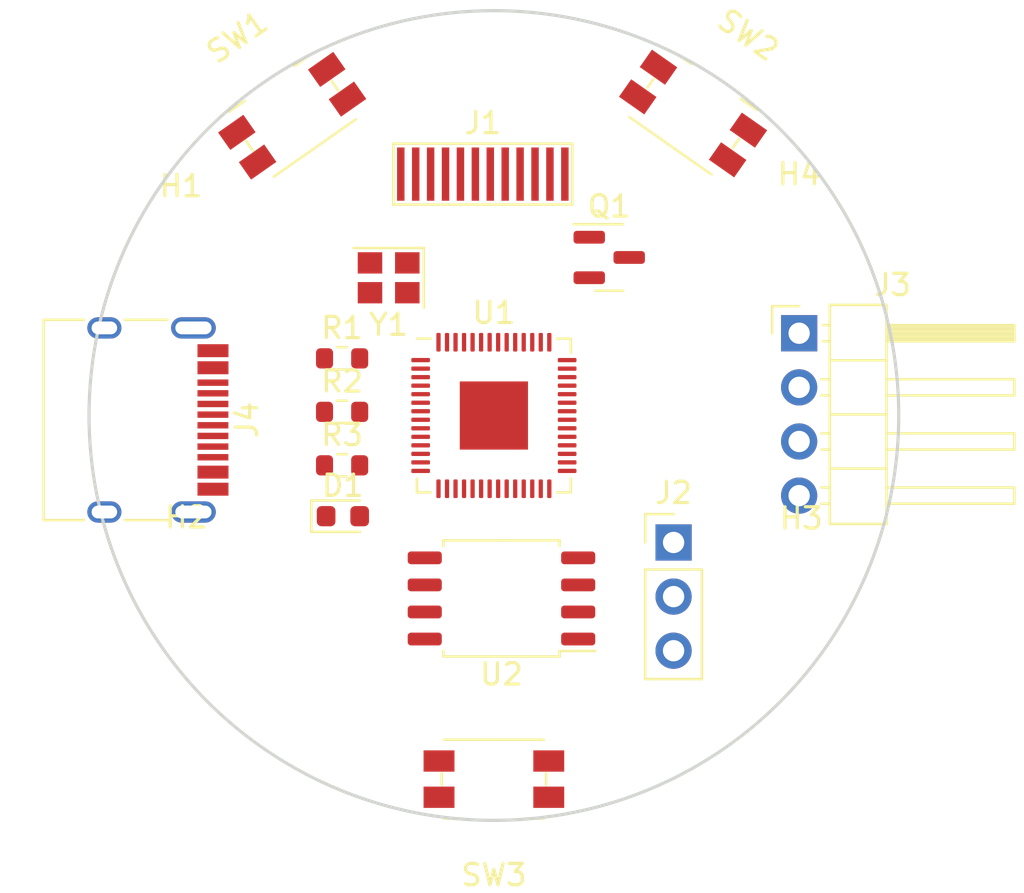
<source format=kicad_pcb>
(kicad_pcb (version 20221018) (generator pcbnew)
  (layers (0 "F.Cu" signal) (31 "B.Cu" signal) (34 "B.Paste" user) (35 "F.Paste" user) (36 "B.SilkS" user "B.Silkscreen") (37 "F.SilkS" user "F.Silkscreen") (38 "B.Mask" user) (39 "F.Mask" user) (44 "Edge.Cuts" user))
  (net 0 "")
  (net 15 "Net-(J4-GND-PadA1)")
  (net 16 "Net-(J4-VBUS-PadA4)")
  (net 41 "Net-(U1-IOVDD-Pad1)")
  (net 61 "Net-(U1-DVDD-Pad23)")
  (footprint "Package_TO_SOT_SMD:SOT-23" (layer "F.Cu") (at 5.4125 -7.4168)
    (fp_text reference "Q1" (at 0 -2.4) (layer "F.SilkS"))
    (fp_text value "S8050")
    (fp_line (start 0 -1.56) (end -1.675 -1.56) (stroke (width 0.12)) (layer "F.SilkS"))
    (fp_line (start 0 -1.56) (end 0.65 -1.56) (stroke (width 0.12)) (layer "F.SilkS"))
    (fp_line (start 0 1.56) (end -0.65 1.56) (stroke (width 0.12)) (layer "F.SilkS"))
    (fp_line (start 0 1.56) (end 0.65 1.56) (stroke (width 0.12)) (layer "F.SilkS"))
    (pad "1" smd roundrect (at -0.9375 -0.95) (size 1.475 0.6) (layers "F.Cu" "F.Paste" "F.Mask"))
    (pad "2" smd roundrect (at -0.9375 0.95) (size 1.475 0.6) (layers "F.Cu" "F.Paste" "F.Mask"))
    (pad "3" smd roundrect (at 0.9375 0) (size 1.475 0.6) (layers "F.Cu" "F.Paste" "F.Mask"))
  )
  (footprint "MountingHole:MountingHole_2.2mm_M2" (layer "F.Cu") (at 14.3256 -8.128)
    (fp_text reference "H4" (at 0 -3.2) (layer "F.SilkS"))
    (fp_text value "MountingHole")
    (pad "" np_thru_hole circle (at 0 0) (size 2.2 2.2) (drill 2.2) (layers "*.Cu" "*.Mask"))
  )
  (footprint "Button_Switch_SMD:Panasonic_EVQPUM_EVQPUD" (layer "F.Cu") (at -9.466812 -14.068424 35)
    (fp_text reference "SW1" (at 0 -4.5 35) (layer "F.SilkS"))
    (fp_text value "SW_Push")
    (fp_line (start -2.45 0.275) (end -2.45 -0.275) (stroke (width 0.12)) (layer "F.SilkS"))
    (fp_line (start -1.425 -1.85) (end -2.35 -1.85) (stroke (width 0.12)) (layer "F.SilkS"))
    (fp_line (start 2.35 -1.85) (end 1.425 -1.85) (stroke (width 0.12)) (layer "F.SilkS"))
    (fp_line (start 2.35 1.85) (end -2.35 1.85) (stroke (width 0.12)) (layer "F.SilkS"))
    (fp_line (start 2.45 0.275) (end 2.45 -0.275) (stroke (width 0.12)) (layer "F.SilkS"))
    (pad "" np_thru_hole circle (at 0 -1.375 215) (size 0.75 0.75) (drill 0.75) (layers "*.Cu" "*.Mask"))
    (pad "" np_thru_hole circle (at 0 1.375 215) (size 0.75 0.75) (drill 0.75) (layers "*.Cu" "*.Mask"))
    (pad "1" smd rect (at -2.575 -0.85 215) (size 1.45 1) (layers "F.Cu" "F.Paste" "F.Mask"))
    (pad "1" smd rect (at 2.575 -0.85 215) (size 1.45 1) (layers "F.Cu" "F.Paste" "F.Mask"))
    (pad "2" smd rect (at -2.575 0.85 215) (size 1.45 1) (layers "F.Cu" "F.Paste" "F.Mask"))
    (pad "2" smd rect (at 2.575 0.85 215) (size 1.45 1) (layers "F.Cu" "F.Paste" "F.Mask"))
  )
  (footprint "MountingHole:MountingHole_2.2mm_M2" (layer "F.Cu") (at -14.4272 7.9756)
    (fp_text reference "H2" (at 0 -3.2) (layer "F.SilkS"))
    (fp_text value "MountingHole")
    (pad "" np_thru_hole circle (at 0 0) (size 2.2 2.2) (drill 2.2) (layers "*.Cu" "*.Mask"))
  )
  (footprint "LED_SMD:LED_0603_1608Metric" (layer "F.Cu") (at -7.0865 4.7244)
    (fp_text reference "D1" (at 0 -1.43) (layer "F.SilkS"))
    (fp_text value "LED")
    (fp_line (start -1.485 -0.735) (end -1.485 0.735) (stroke (width 0.12)) (layer "F.SilkS"))
    (fp_line (start -1.485 0.735) (end 0.8 0.735) (stroke (width 0.12)) (layer "F.SilkS"))
    (fp_line (start 0.8 -0.735) (end -1.485 -0.735) (stroke (width 0.12)) (layer "F.SilkS"))
    (pad "1" smd roundrect (at -0.7875 0) (size 0.875 0.95) (layers "F.Cu" "F.Paste" "F.Mask"))
    (pad "2" smd roundrect (at 0.7875 0) (size 0.875 0.95) (layers "F.Cu" "F.Paste" "F.Mask"))
  )
  (footprint "MountingHole:MountingHole_2.2mm_M2" (layer "F.Cu") (at -14.6812 -7.5692)
    (fp_text reference "H1" (at 0 -3.2) (layer "F.SilkS"))
    (fp_text value "MountingHole")
    (pad "" np_thru_hole circle (at 0 0) (size 2.2 2.2) (drill 2.2) (layers "*.Cu" "*.Mask"))
  )
  (footprint "Resistor_SMD:R_0603_1608Metric" (layer "F.Cu") (at -7.1233 -0.1716)
    (fp_text reference "R2" (at 0 -1.43) (layer "F.SilkS"))
    (fp_text value "R")
    (fp_line (start -0.237258 -0.5225) (end 0.237258 -0.5225) (stroke (width 0.12)) (layer "F.SilkS"))
    (fp_line (start -0.237258 0.5225) (end 0.237258 0.5225) (stroke (width 0.12)) (layer "F.SilkS"))
    (pad "1" smd roundrect (at -0.825 0) (size 0.8 0.95) (layers "F.Cu" "F.Paste" "F.Mask"))
    (pad "2" smd roundrect (at 0.825 0) (size 0.8 0.95) (layers "F.Cu" "F.Paste" "F.Mask"))
  )
  (footprint "Package_SO:SOIC-8_5.23x5.23mm_P1.27mm" (layer "F.Cu") (at 0.3556 8.5852 180)
    (fp_text reference "U2" (at 0 -3.56) (layer "F.SilkS"))
    (fp_text value "W5Q16JVSSIQ")
    (fp_line (start -2.725 -2.725) (end -2.725 -2.465) (stroke (width 0.12)) (layer "F.SilkS"))
    (fp_line (start -2.725 -2.465) (end -4.4 -2.465) (stroke (width 0.12)) (layer "F.SilkS"))
    (fp_line (start -2.725 2.725) (end -2.725 2.465) (stroke (width 0.12)) (layer "F.SilkS"))
    (fp_line (start 0 -2.725) (end -2.725 -2.725) (stroke (width 0.12)) (layer "F.SilkS"))
    (fp_line (start 0 -2.725) (end 2.725 -2.725) (stroke (width 0.12)) (layer "F.SilkS"))
    (fp_line (start 0 2.725) (end -2.725 2.725) (stroke (width 0.12)) (layer "F.SilkS"))
    (fp_line (start 0 2.725) (end 2.725 2.725) (stroke (width 0.12)) (layer "F.SilkS"))
    (fp_line (start 2.725 -2.725) (end 2.725 -2.465) (stroke (width 0.12)) (layer "F.SilkS"))
    (fp_line (start 2.725 2.725) (end 2.725 2.465) (stroke (width 0.12)) (layer "F.SilkS"))
    (pad "1" smd roundrect (at -3.6 -1.905 180) (size 1.6 0.6) (layers "F.Cu" "F.Paste" "F.Mask"))
    (pad "2" smd roundrect (at -3.6 -0.635 180) (size 1.6 0.6) (layers "F.Cu" "F.Paste" "F.Mask"))
    (pad "3" smd roundrect (at -3.6 0.635 180) (size 1.6 0.6) (layers "F.Cu" "F.Paste" "F.Mask"))
    (pad "4" smd roundrect (at -3.6 1.905 180) (size 1.6 0.6) (layers "F.Cu" "F.Paste" "F.Mask"))
    (pad "5" smd roundrect (at 3.6 1.905 180) (size 1.6 0.6) (layers "F.Cu" "F.Paste" "F.Mask"))
    (pad "6" smd roundrect (at 3.6 0.635 180) (size 1.6 0.6) (layers "F.Cu" "F.Paste" "F.Mask"))
    (pad "7" smd roundrect (at 3.6 -0.635 180) (size 1.6 0.6) (layers "F.Cu" "F.Paste" "F.Mask"))
    (pad "8" smd roundrect (at 3.6 -1.905 180) (size 1.6 0.6) (layers "F.Cu" "F.Paste" "F.Mask"))
  )
  (footprint "Button_Switch_SMD:Panasonic_EVQPUM_EVQPUD" (layer "F.Cu") (at 0 17.0654 180)
    (fp_text reference "SW3" (at 0 -4.5) (layer "F.SilkS"))
    (fp_text value "SW_Push")
    (fp_line (start -2.45 0.275) (end -2.45 -0.275) (stroke (width 0.12)) (layer "F.SilkS"))
    (fp_line (start -1.425 -1.85) (end -2.35 -1.85) (stroke (width 0.12)) (layer "F.SilkS"))
    (fp_line (start 2.35 -1.85) (end 1.425 -1.85) (stroke (width 0.12)) (layer "F.SilkS"))
    (fp_line (start 2.35 1.85) (end -2.35 1.85) (stroke (width 0.12)) (layer "F.SilkS"))
    (fp_line (start 2.45 0.275) (end 2.45 -0.275) (stroke (width 0.12)) (layer "F.SilkS"))
    (pad "" np_thru_hole circle (at 0 -1.375) (size 0.75 0.75) (drill 0.75) (layers "*.Cu" "*.Mask"))
    (pad "" np_thru_hole circle (at 0 1.375) (size 0.75 0.75) (drill 0.75) (layers "*.Cu" "*.Mask"))
    (pad "1" smd rect (at -2.575 -0.85) (size 1.45 1) (layers "F.Cu" "F.Paste" "F.Mask"))
    (pad "1" smd rect (at 2.575 -0.85) (size 1.45 1) (layers "F.Cu" "F.Paste" "F.Mask"))
    (pad "2" smd rect (at -2.575 0.85) (size 1.45 1) (layers "F.Cu" "F.Paste" "F.Mask"))
    (pad "2" smd rect (at 2.575 0.85) (size 1.45 1) (layers "F.Cu" "F.Paste" "F.Mask"))
  )
  (footprint "Display:GC9A01_Extended_FPC" (layer "F.Cu") (at -0.5196 -11.3284 180)
    (fp_text reference "J1" (at 0 2.4) (layer "F.SilkS"))
    (fp_text value "GC9A01")
    (fp_line (start -4.2 -1.43) (end 4.2 -1.43) (stroke (width 0.12)) (layer "F.SilkS"))
    (fp_line (start -4.2 -0.24) (end -4.2 -1.43) (stroke (width 0.12)) (layer "F.SilkS"))
    (fp_line (start -4.2 -0.24) (end -4.2 1.43) (stroke (width 0.12)) (layer "F.SilkS"))
    (fp_line (start -4.2 1.43) (end 4.2 1.43) (stroke (width 0.12)) (layer "F.SilkS"))
    (fp_line (start 4.2 -0.24) (end 4.2 -1.43) (stroke (width 0.12)) (layer "F.SilkS"))
    (fp_line (start 4.2 -0.24) (end 4.2 1.43) (stroke (width 0.12)) (layer "F.SilkS"))
    (pad "1" smd rect (at -3.85 0 180) (size 0.35 2.5) (layers "F.Cu" "F.Paste" "F.Mask"))
    (pad "2" smd rect (at -3.15 0 180) (size 0.35 2.5) (layers "F.Cu" "F.Paste" "F.Mask"))
    (pad "3" smd rect (at -2.45 0 180) (size 0.35 2.5) (layers "F.Cu" "F.Paste" "F.Mask"))
    (pad "4" smd rect (at -1.75 0 180) (size 0.35 2.5) (layers "F.Cu" "F.Paste" "F.Mask"))
    (pad "5" smd rect (at -1.05 0 180) (size 0.35 2.5) (layers "F.Cu" "F.Paste" "F.Mask"))
    (pad "6" smd rect (at -0.35 0 180) (size 0.35 2.5) (layers "F.Cu" "F.Paste" "F.Mask"))
    (pad "7" smd rect (at 0.35 0 180) (size 0.35 2.5) (layers "F.Cu" "F.Paste" "F.Mask"))
    (pad "8" smd rect (at 1.05 0 180) (size 0.35 2.5) (layers "F.Cu" "F.Paste" "F.Mask"))
    (pad "9" smd rect (at 1.75 0 180) (size 0.35 2.5) (layers "F.Cu" "F.Paste" "F.Mask"))
    (pad "10" smd rect (at 2.45 0 180) (size 0.35 2.5) (layers "F.Cu" "F.Paste" "F.Mask"))
    (pad "11" smd rect (at 3.15 0 180) (size 0.35 2.5) (layers "F.Cu" "F.Paste" "F.Mask"))
    (pad "12" smd rect (at 3.85 0 180) (size 0.35 2.5) (layers "F.Cu" "F.Paste" "F.Mask"))
  )
  (footprint "Resistor_SMD:R_0603_1608Metric" (layer "F.Cu") (at -7.1233 -2.6816)
    (fp_text reference "R1" (at 0 -1.43) (layer "F.SilkS"))
    (fp_text value "R")
    (fp_line (start -0.237258 -0.5225) (end 0.237258 -0.5225) (stroke (width 0.12)) (layer "F.SilkS"))
    (fp_line (start -0.237258 0.5225) (end 0.237258 0.5225) (stroke (width 0.12)) (layer "F.SilkS"))
    (pad "1" smd roundrect (at -0.825 0) (size 0.8 0.95) (layers "F.Cu" "F.Paste" "F.Mask"))
    (pad "2" smd roundrect (at 0.825 0) (size 0.8 0.95) (layers "F.Cu" "F.Paste" "F.Mask"))
  )
  (footprint "Package_DFN_QFN:QFN-56-1EP_7x7mm_P0.4mm_EP3.2x3.2mm" (layer "F.Cu") (at 0 0)
    (fp_text reference "U1" (at 0 -4.82) (layer "F.SilkS"))
    (fp_text value "RP2040")
    (fp_line (start -3.61 3.61) (end -3.61 2.96) (stroke (width 0.12)) (layer "F.SilkS"))
    (fp_line (start -2.96 -3.61) (end -3.61 -3.61) (stroke (width 0.12)) (layer "F.SilkS"))
    (fp_line (start -2.96 3.61) (end -3.61 3.61) (stroke (width 0.12)) (layer "F.SilkS"))
    (fp_line (start 2.96 -3.61) (end 3.61 -3.61) (stroke (width 0.12)) (layer "F.SilkS"))
    (fp_line (start 2.96 3.61) (end 3.61 3.61) (stroke (width 0.12)) (layer "F.SilkS"))
    (fp_line (start 3.61 -3.61) (end 3.61 -2.96) (stroke (width 0.12)) (layer "F.SilkS"))
    (fp_line (start 3.61 3.61) (end 3.61 2.96) (stroke (width 0.12)) (layer "F.SilkS"))
    (pad "1" smd roundrect (at -3.4375 -2.6) (size 0.875 0.2) (layers "F.Cu" "F.Paste" "F.Mask") (net 41 "Net-(U1-IOVDD-Pad1)"))
    (pad "2" smd roundrect (at -3.4375 -2.2) (size 0.875 0.2) (layers "F.Cu" "F.Paste" "F.Mask"))
    (pad "3" smd roundrect (at -3.4375 -1.8) (size 0.875 0.2) (layers "F.Cu" "F.Paste" "F.Mask"))
    (pad "4" smd roundrect (at -3.4375 -1.4) (size 0.875 0.2) (layers "F.Cu" "F.Paste" "F.Mask"))
    (pad "5" smd roundrect (at -3.4375 -1) (size 0.875 0.2) (layers "F.Cu" "F.Paste" "F.Mask"))
    (pad "6" smd roundrect (at -3.4375 -0.6) (size 0.875 0.2) (layers "F.Cu" "F.Paste" "F.Mask"))
    (pad "7" smd roundrect (at -3.4375 -0.2) (size 0.875 0.2) (layers "F.Cu" "F.Paste" "F.Mask"))
    (pad "8" smd roundrect (at -3.4375 0.2) (size 0.875 0.2) (layers "F.Cu" "F.Paste" "F.Mask"))
    (pad "9" smd roundrect (at -3.4375 0.6) (size 0.875 0.2) (layers "F.Cu" "F.Paste" "F.Mask"))
    (pad "10" smd roundrect (at -3.4375 1) (size 0.875 0.2) (layers "F.Cu" "F.Paste" "F.Mask") (net 41 "Net-(U1-IOVDD-Pad1)"))
    (pad "11" smd roundrect (at -3.4375 1.4) (size 0.875 0.2) (layers "F.Cu" "F.Paste" "F.Mask"))
    (pad "12" smd roundrect (at -3.4375 1.8) (size 0.875 0.2) (layers "F.Cu" "F.Paste" "F.Mask"))
    (pad "13" smd roundrect (at -3.4375 2.2) (size 0.875 0.2) (layers "F.Cu" "F.Paste" "F.Mask"))
    (pad "14" smd roundrect (at -3.4375 2.6) (size 0.875 0.2) (layers "F.Cu" "F.Paste" "F.Mask"))
    (pad "15" smd roundrect (at -2.6 3.4375) (size 0.2 0.875) (layers "F.Cu" "F.Paste" "F.Mask"))
    (pad "16" smd roundrect (at -2.2 3.4375) (size 0.2 0.875) (layers "F.Cu" "F.Paste" "F.Mask"))
    (pad "17" smd roundrect (at -1.8 3.4375) (size 0.2 0.875) (layers "F.Cu" "F.Paste" "F.Mask"))
    (pad "18" smd roundrect (at -1.4 3.4375) (size 0.2 0.875) (layers "F.Cu" "F.Paste" "F.Mask"))
    (pad "19" smd roundrect (at -1 3.4375) (size 0.2 0.875) (layers "F.Cu" "F.Paste" "F.Mask"))
    (pad "20" smd roundrect (at -0.6 3.4375) (size 0.2 0.875) (layers "F.Cu" "F.Paste" "F.Mask"))
    (pad "21" smd roundrect (at -0.2 3.4375) (size 0.2 0.875) (layers "F.Cu" "F.Paste" "F.Mask"))
    (pad "22" smd roundrect (at 0.2 3.4375) (size 0.2 0.875) (layers "F.Cu" "F.Paste" "F.Mask") (net 41 "Net-(U1-IOVDD-Pad1)"))
    (pad "23" smd roundrect (at 0.6 3.4375) (size 0.2 0.875) (layers "F.Cu" "F.Paste" "F.Mask") (net 61 "Net-(U1-DVDD-Pad23)"))
    (pad "24" smd roundrect (at 1 3.4375) (size 0.2 0.875) (layers "F.Cu" "F.Paste" "F.Mask"))
    (pad "25" smd roundrect (at 1.4 3.4375) (size 0.2 0.875) (layers "F.Cu" "F.Paste" "F.Mask"))
    (pad "26" smd roundrect (at 1.8 3.4375) (size 0.2 0.875) (layers "F.Cu" "F.Paste" "F.Mask"))
    (pad "27" smd roundrect (at 2.2 3.4375) (size 0.2 0.875) (layers "F.Cu" "F.Paste" "F.Mask"))
    (pad "28" smd roundrect (at 2.6 3.4375) (size 0.2 0.875) (layers "F.Cu" "F.Paste" "F.Mask"))
    (pad "29" smd roundrect (at 3.4375 2.6) (size 0.875 0.2) (layers "F.Cu" "F.Paste" "F.Mask"))
    (pad "30" smd roundrect (at 3.4375 2.2) (size 0.875 0.2) (layers "F.Cu" "F.Paste" "F.Mask"))
    (pad "31" smd roundrect (at 3.4375 1.8) (size 0.875 0.2) (layers "F.Cu" "F.Paste" "F.Mask"))
    (pad "32" smd roundrect (at 3.4375 1.4) (size 0.875 0.2) (layers "F.Cu" "F.Paste" "F.Mask"))
    (pad "33" smd roundrect (at 3.4375 1) (size 0.875 0.2) (layers "F.Cu" "F.Paste" "F.Mask") (net 41 "Net-(U1-IOVDD-Pad1)"))
    (pad "34" smd roundrect (at 3.4375 0.6) (size 0.875 0.2) (layers "F.Cu" "F.Paste" "F.Mask"))
    (pad "35" smd roundrect (at 3.4375 0.2) (size 0.875 0.2) (layers "F.Cu" "F.Paste" "F.Mask"))
    (pad "36" smd roundrect (at 3.4375 -0.2) (size 0.875 0.2) (layers "F.Cu" "F.Paste" "F.Mask"))
    (pad "37" smd roundrect (at 3.4375 -0.6) (size 0.875 0.2) (layers "F.Cu" "F.Paste" "F.Mask"))
    (pad "38" smd roundrect (at 3.4375 -1) (size 0.875 0.2) (layers "F.Cu" "F.Paste" "F.Mask"))
    (pad "39" smd roundrect (at 3.4375 -1.4) (size 0.875 0.2) (layers "F.Cu" "F.Paste" "F.Mask"))
    (pad "40" smd roundrect (at 3.4375 -1.8) (size 0.875 0.2) (layers "F.Cu" "F.Paste" "F.Mask"))
    (pad "41" smd roundrect (at 3.4375 -2.2) (size 0.875 0.2) (layers "F.Cu" "F.Paste" "F.Mask"))
    (pad "42" smd roundrect (at 3.4375 -2.6) (size 0.875 0.2) (layers "F.Cu" "F.Paste" "F.Mask") (net 41 "Net-(U1-IOVDD-Pad1)"))
    (pad "43" smd roundrect (at 2.6 -3.4375) (size 0.2 0.875) (layers "F.Cu" "F.Paste" "F.Mask"))
    (pad "44" smd roundrect (at 2.2 -3.4375) (size 0.2 0.875) (layers "F.Cu" "F.Paste" "F.Mask"))
    (pad "45" smd roundrect (at 1.8 -3.4375) (size 0.2 0.875) (layers "F.Cu" "F.Paste" "F.Mask"))
    (pad "46" smd roundrect (at 1.4 -3.4375) (size 0.2 0.875) (layers "F.Cu" "F.Paste" "F.Mask"))
    (pad "47" smd roundrect (at 1 -3.4375) (size 0.2 0.875) (layers "F.Cu" "F.Paste" "F.Mask"))
    (pad "48" smd roundrect (at 0.6 -3.4375) (size 0.2 0.875) (layers "F.Cu" "F.Paste" "F.Mask"))
    (pad "49" smd roundrect (at 0.2 -3.4375) (size 0.2 0.875) (layers "F.Cu" "F.Paste" "F.Mask") (net 41 "Net-(U1-IOVDD-Pad1)"))
    (pad "50" smd roundrect (at -0.2 -3.4375) (size 0.2 0.875) (layers "F.Cu" "F.Paste" "F.Mask") (net 61 "Net-(U1-DVDD-Pad23)"))
    (pad "51" smd roundrect (at -0.6 -3.4375) (size 0.2 0.875) (layers "F.Cu" "F.Paste" "F.Mask"))
    (pad "52" smd roundrect (at -1 -3.4375) (size 0.2 0.875) (layers "F.Cu" "F.Paste" "F.Mask"))
    (pad "53" smd roundrect (at -1.4 -3.4375) (size 0.2 0.875) (layers "F.Cu" "F.Paste" "F.Mask"))
    (pad "54" smd roundrect (at -1.8 -3.4375) (size 0.2 0.875) (layers "F.Cu" "F.Paste" "F.Mask"))
    (pad "55" smd roundrect (at -2.2 -3.4375) (size 0.2 0.875) (layers "F.Cu" "F.Paste" "F.Mask"))
    (pad "56" smd roundrect (at -2.6 -3.4375) (size 0.2 0.875) (layers "F.Cu" "F.Paste" "F.Mask"))
    (pad "57" smd rect (at 0 0) (size 3.2 3.2) (layers "F.Cu" "F.Mask"))
  )
  (footprint "Resistor_SMD:R_0603_1608Metric" (layer "F.Cu") (at -7.1233 2.3384)
    (fp_text reference "R3" (at 0 -1.43) (layer "F.SilkS"))
    (fp_text value "R")
    (fp_line (start -0.237258 -0.5225) (end 0.237258 -0.5225) (stroke (width 0.12)) (layer "F.SilkS"))
    (fp_line (start -0.237258 0.5225) (end 0.237258 0.5225) (stroke (width 0.12)) (layer "F.SilkS"))
    (pad "1" smd roundrect (at -0.825 0) (size 0.8 0.95) (layers "F.Cu" "F.Paste" "F.Mask"))
    (pad "2" smd roundrect (at 0.825 0) (size 0.8 0.95) (layers "F.Cu" "F.Paste" "F.Mask"))
  )
  (footprint "MountingHole:MountingHole_2.2mm_M2" (layer "F.Cu") (at 14.4272 8.0264)
    (fp_text reference "H3" (at 0 -3.2) (layer "F.SilkS"))
    (fp_text value "MountingHole")
    (pad "" np_thru_hole circle (at 0 0) (size 2.2 2.2) (drill 2.2) (layers "*.Cu" "*.Mask"))
  )
  (footprint "Crystal:Crystal_SMD_2520-4Pin_2.5x2.0mm" (layer "F.Cu") (at -4.939 -6.4628 180)
    (fp_text reference "Y1" (at 0 -2.2) (layer "F.SilkS"))
    (fp_text value "Crystal")
    (fp_line (start -1.65 -1.4) (end -1.65 1.4) (stroke (width 0.12)) (layer "F.SilkS"))
    (fp_line (start -1.65 1.4) (end 1.65 1.4) (stroke (width 0.12)) (layer "F.SilkS"))
    (pad "1" smd rect (at -0.875 0.7 180) (size 1.15 1) (layers "F.Cu" "F.Paste" "F.Mask"))
    (pad "2" smd rect (at 0.875 0.7 180) (size 1.15 1) (layers "F.Cu" "F.Paste" "F.Mask"))
    (pad "3" smd rect (at 0.875 -0.7 180) (size 1.15 1) (layers "F.Cu" "F.Paste" "F.Mask"))
    (pad "4" smd rect (at -0.875 -0.7 180) (size 1.15 1) (layers "F.Cu" "F.Paste" "F.Mask"))
  )
  (footprint "Button_Switch_SMD:Panasonic_EVQPUM_EVQPUD" (layer "F.Cu") (at 9.3472 -14.1732 -35)
    (fp_text reference "SW2" (at 0 -4.5 145) (layer "F.SilkS"))
    (fp_text value "SW_Push")
    (fp_line (start -2.45 0.275) (end -2.45 -0.275) (stroke (width 0.12)) (layer "F.SilkS"))
    (fp_line (start -1.425 -1.85) (end -2.35 -1.85) (stroke (width 0.12)) (layer "F.SilkS"))
    (fp_line (start 2.35 -1.85) (end 1.425 -1.85) (stroke (width 0.12)) (layer "F.SilkS"))
    (fp_line (start 2.35 1.85) (end -2.35 1.85) (stroke (width 0.12)) (layer "F.SilkS"))
    (fp_line (start 2.45 0.275) (end 2.45 -0.275) (stroke (width 0.12)) (layer "F.SilkS"))
    (pad "" np_thru_hole circle (at 0 -1.375 145) (size 0.75 0.75) (drill 0.75) (layers "*.Cu" "*.Mask"))
    (pad "" np_thru_hole circle (at 0 1.375 145) (size 0.75 0.75) (drill 0.75) (layers "*.Cu" "*.Mask"))
    (pad "1" smd rect (at -2.575 -0.85 145) (size 1.45 1) (layers "F.Cu" "F.Paste" "F.Mask"))
    (pad "1" smd rect (at 2.575 -0.85 145) (size 1.45 1) (layers "F.Cu" "F.Paste" "F.Mask"))
    (pad "2" smd rect (at -2.575 0.85 145) (size 1.45 1) (layers "F.Cu" "F.Paste" "F.Mask"))
    (pad "2" smd rect (at 2.575 0.85 145) (size 1.45 1) (layers "F.Cu" "F.Paste" "F.Mask"))
  )
  (footprint "Connector_USB:USB_C_Receptacle_HRO_TYPE-C-31-M-12" (layer "F.Cu") (at -17.2304 0.2088 -90)
    (fp_text reference "J4" (at 0 -5.645 90) (layer "F.SilkS"))
    (fp_text value "USB_C_Receptacle")
    (fp_line (start -4.7 -1.9) (end -4.7 0.1) (stroke (width 0.12)) (layer "F.SilkS"))
    (fp_line (start -4.7 2) (end -4.7 3.9) (stroke (width 0.12)) (layer "F.SilkS"))
    (fp_line (start -4.7 3.9) (end 4.7 3.9) (stroke (width 0.12)) (layer "F.SilkS"))
    (fp_line (start 4.7 -1.9) (end 4.7 0.1) (stroke (width 0.12)) (layer "F.SilkS"))
    (fp_line (start 4.7 2) (end 4.7 3.9) (stroke (width 0.12)) (layer "F.SilkS"))
    (pad "" np_thru_hole circle (at -2.89 -2.6 270) (size 0.65 0.65) (drill 0.65) (layers "*.Cu" "*.Mask"))
    (pad "" np_thru_hole circle (at 2.89 -2.6 270) (size 0.65 0.65) (drill 0.65) (layers "*.Cu" "*.Mask"))
    (pad "A1" smd rect (at -3.25 -4.045 270) (size 0.6 1.45) (layers "F.Cu" "F.Paste" "F.Mask") (net 15 "Net-(J4-GND-PadA1)"))
    (pad "A4" smd rect (at -2.45 -4.045 270) (size 0.6 1.45) (layers "F.Cu" "F.Paste" "F.Mask") (net 16 "Net-(J4-VBUS-PadA4)"))
    (pad "A5" smd rect (at -1.25 -4.045 270) (size 0.3 1.45) (layers "F.Cu" "F.Paste" "F.Mask"))
    (pad "A6" smd rect (at -0.25 -4.045 270) (size 0.3 1.45) (layers "F.Cu" "F.Paste" "F.Mask"))
    (pad "A7" smd rect (at 0.25 -4.045 270) (size 0.3 1.45) (layers "F.Cu" "F.Paste" "F.Mask"))
    (pad "A8" smd rect (at 1.25 -4.045 270) (size 0.3 1.45) (layers "F.Cu" "F.Paste" "F.Mask"))
    (pad "A9" smd rect (at 2.45 -4.045 270) (size 0.6 1.45) (layers "F.Cu" "F.Paste" "F.Mask") (net 16 "Net-(J4-VBUS-PadA4)"))
    (pad "A12" smd rect (at 3.25 -4.045 270) (size 0.6 1.45) (layers "F.Cu" "F.Paste" "F.Mask") (net 15 "Net-(J4-GND-PadA1)"))
    (pad "B1" smd rect (at 3.25 -4.045 270) (size 0.6 1.45) (layers "F.Cu" "F.Paste" "F.Mask") (net 15 "Net-(J4-GND-PadA1)"))
    (pad "B4" smd rect (at 2.45 -4.045 270) (size 0.6 1.45) (layers "F.Cu" "F.Paste" "F.Mask") (net 16 "Net-(J4-VBUS-PadA4)"))
    (pad "B5" smd rect (at 1.75 -4.045 270) (size 0.3 1.45) (layers "F.Cu" "F.Paste" "F.Mask"))
    (pad "B6" smd rect (at 0.75 -4.045 270) (size 0.3 1.45) (layers "F.Cu" "F.Paste" "F.Mask"))
    (pad "B7" smd rect (at -0.75 -4.045 270) (size 0.3 1.45) (layers "F.Cu" "F.Paste" "F.Mask"))
    (pad "B8" smd rect (at -1.75 -4.045 270) (size 0.3 1.45) (layers "F.Cu" "F.Paste" "F.Mask"))
    (pad "B9" smd rect (at -2.45 -4.045 270) (size 0.6 1.45) (layers "F.Cu" "F.Paste" "F.Mask") (net 16 "Net-(J4-VBUS-PadA4)"))
    (pad "B12" smd rect (at -3.25 -4.045 270) (size 0.6 1.45) (layers "F.Cu" "F.Paste" "F.Mask") (net 15 "Net-(J4-GND-PadA1)"))
    (pad "S1" thru_hole oval (at -4.32 -3.13 270) (size 1 2.1) (drill oval 0.6 1.7) (layers "*.Cu" "*.Mask"))
    (pad "S1" thru_hole oval (at -4.32 1.05 270) (size 1 1.6) (drill oval 0.6 1.2) (layers "*.Cu" "*.Mask"))
    (pad "S1" thru_hole oval (at 4.32 -3.13 270) (size 1 2.1) (drill oval 0.6 1.7) (layers "*.Cu" "*.Mask"))
    (pad "S1" thru_hole oval (at 4.32 1.05 270) (size 1 1.6) (drill oval 0.6 1.2) (layers "*.Cu" "*.Mask"))
  )
  (footprint "Connector_PinHeader_2.54mm:PinHeader_1x04_P2.54mm_Horizontal" (layer "F.Cu") (at 14.3256 -3.8608)
    (fp_text reference "J3" (at 4.385 -2.27) (layer "F.SilkS"))
    (fp_text value "I2CTest")
    (fp_line (start -1.27 -1.27) (end 0 -1.27) (stroke (width 0.12)) (layer "F.SilkS"))
    (fp_line (start -1.27 0) (end -1.27 -1.27) (stroke (width 0.12)) (layer "F.SilkS"))
    (fp_line (start 1.042929 2.16) (end 1.44 2.16) (stroke (width 0.12)) (layer "F.SilkS"))
    (fp_line (start 1.042929 2.92) (end 1.44 2.92) (stroke (width 0.12)) (layer "F.SilkS"))
    (fp_line (start 1.042929 4.7) (end 1.44 4.7) (stroke (width 0.12)) (layer "F.SilkS"))
    (fp_line (start 1.042929 5.46) (end 1.44 5.46) (stroke (width 0.12)) (layer "F.SilkS"))
    (fp_line (start 1.042929 7.24) (end 1.44 7.24) (stroke (width 0.12)) (layer "F.SilkS"))
    (fp_line (start 1.042929 8) (end 1.44 8) (stroke (width 0.12)) (layer "F.SilkS"))
    (fp_line (start 1.11 -0.38) (end 1.44 -0.38) (stroke (width 0.12)) (layer "F.SilkS"))
    (fp_line (start 1.11 0.38) (end 1.44 0.38) (stroke (width 0.12)) (layer "F.SilkS"))
    (fp_line (start 1.44 -1.33) (end 1.44 8.95) (stroke (width 0.12)) (layer "F.SilkS"))
    (fp_line (start 1.44 1.27) (end 4.1 1.27) (stroke (width 0.12)) (layer "F.SilkS"))
    (fp_line (start 1.44 3.81) (end 4.1 3.81) (stroke (width 0.12)) (layer "F.SilkS"))
    (fp_line (start 1.44 6.35) (end 4.1 6.35) (stroke (width 0.12)) (layer "F.SilkS"))
    (fp_line (start 1.44 8.95) (end 4.1 8.95) (stroke (width 0.12)) (layer "F.SilkS"))
    (fp_line (start 4.1 -1.33) (end 1.44 -1.33) (stroke (width 0.12)) (layer "F.SilkS"))
    (fp_line (start 4.1 -0.38) (end 10.1 -0.38) (stroke (width 0.12)) (layer "F.SilkS"))
    (fp_line (start 4.1 -0.32) (end 10.1 -0.32) (stroke (width 0.12)) (layer "F.SilkS"))
    (fp_line (start 4.1 -0.2) (end 10.1 -0.2) (stroke (width 0.12)) (layer "F.SilkS"))
    (fp_line (start 4.1 -0.08) (end 10.1 -0.08) (stroke (width 0.12)) (layer "F.SilkS"))
    (fp_line (start 4.1 0.04) (end 10.1 0.04) (stroke (width 0.12)) (layer "F.SilkS"))
    (fp_line (start 4.1 0.16) (end 10.1 0.16) (stroke (width 0.12)) (layer "F.SilkS"))
    (fp_line (start 4.1 0.28) (end 10.1 0.28) (stroke (width 0.12)) (layer "F.SilkS"))
    (fp_line (start 4.1 2.16) (end 10.1 2.16) (stroke (width 0.12)) (layer "F.SilkS"))
    (fp_line (start 4.1 4.7) (end 10.1 4.7) (stroke (width 0.12)) (layer "F.SilkS"))
    (fp_line (start 4.1 7.24) (end 10.1 7.24) (stroke (width 0.12)) (layer "F.SilkS"))
    (fp_line (start 4.1 8.95) (end 4.1 -1.33) (stroke (width 0.12)) (layer "F.SilkS"))
    (fp_line (start 10.1 -0.38) (end 10.1 0.38) (stroke (width 0.12)) (layer "F.SilkS"))
    (fp_line (start 10.1 0.38) (end 4.1 0.38) (stroke (width 0.12)) (layer "F.SilkS"))
    (fp_line (start 10.1 2.16) (end 10.1 2.92) (stroke (width 0.12)) (layer "F.SilkS"))
    (fp_line (start 10.1 2.92) (end 4.1 2.92) (stroke (width 0.12)) (layer "F.SilkS"))
    (fp_line (start 10.1 4.7) (end 10.1 5.46) (stroke (width 0.12)) (layer "F.SilkS"))
    (fp_line (start 10.1 5.46) (end 4.1 5.46) (stroke (width 0.12)) (layer "F.SilkS"))
    (fp_line (start 10.1 7.24) (end 10.1 8) (stroke (width 0.12)) (layer "F.SilkS"))
    (fp_line (start 10.1 8) (end 4.1 8) (stroke (width 0.12)) (layer "F.SilkS"))
    (pad "1" thru_hole rect (at 0 0) (size 1.7 1.7) (drill 1) (layers "*.Cu" "*.Mask"))
    (pad "2" thru_hole oval (at 0 2.54) (size 1.7 1.7) (drill 1) (layers "*.Cu" "*.Mask"))
    (pad "3" thru_hole oval (at 0 5.08) (size 1.7 1.7) (drill 1) (layers "*.Cu" "*.Mask"))
    (pad "4" thru_hole oval (at 0 7.62) (size 1.7 1.7) (drill 1) (layers "*.Cu" "*.Mask"))
  )
  (footprint "Connector_PinHeader_2.54mm:PinHeader_1x03_P2.54mm_Vertical" (layer "F.Cu") (at 8.4328 5.9586)
    (fp_text reference "J2" (at 0 -2.33) (layer "F.SilkS"))
    (fp_text value "SWDIO")
    (fp_line (start -1.33 -1.33) (end 0 -1.33) (stroke (width 0.12)) (layer "F.SilkS"))
    (fp_line (start -1.33 0) (end -1.33 -1.33) (stroke (width 0.12)) (layer "F.SilkS"))
    (fp_line (start -1.33 1.27) (end -1.33 6.41) (stroke (width 0.12)) (layer "F.SilkS"))
    (fp_line (start -1.33 1.27) (end 1.33 1.27) (stroke (width 0.12)) (layer "F.SilkS"))
    (fp_line (start -1.33 6.41) (end 1.33 6.41) (stroke (width 0.12)) (layer "F.SilkS"))
    (fp_line (start 1.33 1.27) (end 1.33 6.41) (stroke (width 0.12)) (layer "F.SilkS"))
    (pad "1" thru_hole rect (at 0 0) (size 1.7 1.7) (drill 1) (layers "*.Cu" "*.Mask"))
    (pad "2" thru_hole oval (at 0 2.54) (size 1.7 1.7) (drill 1) (layers "*.Cu" "*.Mask"))
    (pad "3" thru_hole oval (at 0 5.08) (size 1.7 1.7) (drill 1) (layers "*.Cu" "*.Mask"))
  )
  (gr_circle (center 0 0) (end 19 0) (stroke (width 0.15)) (fill none) (layer "Edge.Cuts"))
)
</source>
